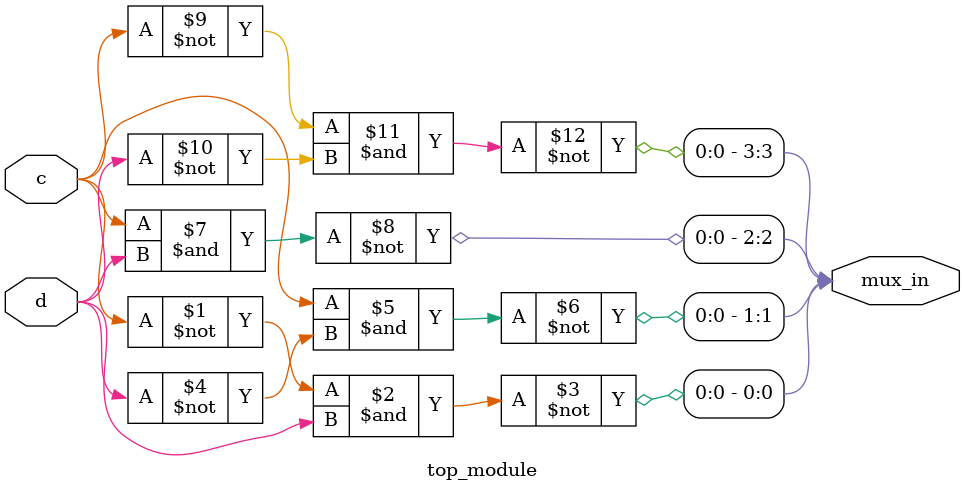
<source format=sv>
module top_module (
	input c,
	input d,
	output wire [3:0] mux_in
);

assign mux_in[0] = ~(~c & d);
assign mux_in[1] = ~(c & ~d);
assign mux_in[2] = ~(c & d);
assign mux_in[3] = ~(~c & ~d);

endmodule

</source>
